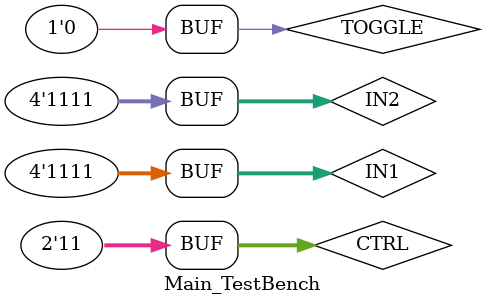
<source format=v>
`timescale 1ns / 1ps


module Main_TestBench(

    );
    reg [3:0] IN1;
    reg [3:0] IN2;
    wire  [3:0] OUT;
    wire  CF;
    wire  Z;
    reg [1:0] CTRL;
    reg TOGGLE;
    wire CLK;
    
    Main U1(IN1,IN2,OUT,CF,Z,CTRL,TOGGLE,CLK);
    
    
    
    initial begin
    //ADD 
    CTRL=2'b00;   
    IN1 = 4'b0000;
    IN2= 4'b0000;
    TOGGLE = 1'b1;
    #10;
    TOGGLE = 1'b0;
    #100;
    IN1 = 4'b1111;
    IN2= 4'b0000;
    TOGGLE = 1'b1;
    #10;
    TOGGLE = 1'b0;
    #100;
    IN1 = 4'b0000;
    IN2= 4'b1111;
    TOGGLE = 1'b1;
    #10;
    TOGGLE = 1'b0;
    #100;
    IN1 = 4'b1100;
    IN2= 4'b0011;
    TOGGLE = 1'b1;
    #10;
    TOGGLE = 1'b0;
    #100;
    IN1 = 4'b1001;
    IN2= 4'b0011;
    TOGGLE = 1'b1;
    #10;
    TOGGLE = 1'b0;
    #100;
    IN1 = 4'b0100;
    IN2= 4'b1111;
    TOGGLE = 1'b1;
    #10;
    TOGGLE = 1'b0;
    #100;
    IN1 = 4'b1111;
    IN2= 4'b1111;
    TOGGLE = 1'b1;
    #10;
    TOGGLE = 1'b0;
    #100;
    
    //AND
    CTRL=2'b01;
    IN1 = 4'b0000;
    IN2 = 4'b0000;
    TOGGLE = 1'b1;
    #10;
    TOGGLE = 1'b0;
    #100;
    IN1 = 4'b1111;
    IN2= 4'b0000;
    TOGGLE = 1'b1;
    #10;
    TOGGLE = 1'b0;
    #100;
    IN1 = 4'b0000;
    IN2= 4'b1111;
    TOGGLE = 1'b1;
    #10;
    TOGGLE = 1'b0;
    #100;
    IN1 = 4'b1100;
    IN2= 4'b0011;
    TOGGLE = 1'b1;
    #10;
    TOGGLE = 1'b0;
    #100;
    IN1 = 4'b1001;
    IN2= 4'b0011;
    TOGGLE = 1'b1;
    #10;
    TOGGLE = 1'b0;
    #100;
    IN1 = 4'b0100;
    IN2= 4'b1111;
    TOGGLE = 1'b1;
    #10;
    TOGGLE = 1'b0;
    #100;
    IN1 = 4'b1111;
    IN2= 4'b1111;
    TOGGLE = 1'b1;
    #10;
    TOGGLE = 1'b0;
    #100;
    
    //NOT
    CTRL=2'b10;
    IN1 = 4'b0000;
    TOGGLE = 1'b1;
    #10;
    TOGGLE = 1'b0;
    #100;
    IN1 = 4'b0001;
    TOGGLE = 1'b1;
    #10;
    TOGGLE = 1'b0;
    #100;
    IN1 = 4'b0011;
    TOGGLE = 1'b1;
    #10;
    TOGGLE = 1'b0;
    #100;
    IN1 = 4'b0111;
    TOGGLE = 1'b1;
    #10;
    TOGGLE = 1'b0;
    #100;
    IN1 = 4'b1001;
    TOGGLE = 1'b1;
    #10;
    TOGGLE = 1'b0;
    #100;
    IN1 = 4'b1111;
    TOGGLE = 1'b1;
    #10;
    TOGGLE = 1'b0;
    #100;
    
    //ZERO
    CTRL=2'b11;
    IN1 = 4'b0000;
    TOGGLE = 1'b1;
    #10;
    TOGGLE = 1'b0;
    #100;
    IN1 = 4'b0001;
    TOGGLE = 1'b1;
    #10;
    TOGGLE = 1'b0;
    #100;
    IN1 = 4'b0011;
    TOGGLE = 1'b1;
    #10;
    TOGGLE = 1'b0;
    #100;
    IN1 = 4'b0111;
    TOGGLE = 1'b1;
    #10;
    TOGGLE = 1'b0;
    #100;
    IN1 = 4'b1001;
    TOGGLE = 1'b1;
    #10;
    TOGGLE = 1'b0;
    #100;
    IN1 = 4'b1111;
    TOGGLE = 1'b1;
    #10;
    TOGGLE = 1'b0;
    #100;
    
    end
endmodule

</source>
